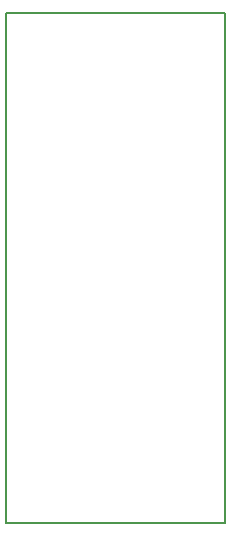
<source format=gm1>
G04*
G04 #@! TF.GenerationSoftware,Altium Limited,Altium Designer,19.1.7 (138)*
G04*
G04 Layer_Color=16711935*
%FSLAX44Y44*%
%MOMM*%
G71*
G01*
G75*
%ADD16C,0.1524*%
D16*
X170180Y-406400D02*
Y25400D01*
X-15240Y-406400D02*
X170180D01*
X-15240Y25400D02*
X170180D01*
X-15240Y-406400D02*
Y25400D01*
X170180Y-406400D02*
Y25400D01*
X-15240Y-406400D02*
X170180D01*
X-15240Y25400D02*
X170180D01*
X-15240Y-406400D02*
Y25400D01*
M02*

</source>
